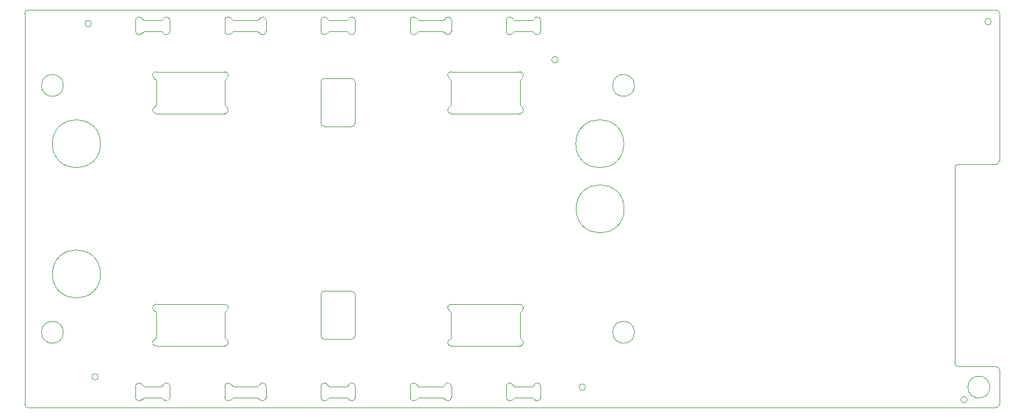
<source format=gm1>
G04 #@! TF.GenerationSoftware,KiCad,Pcbnew,(6.0.5-0)*
G04 #@! TF.CreationDate,2022-10-09T22:32:15+09:00*
G04 #@! TF.ProjectId,qLAMP-main,714c414d-502d-46d6-9169-6e2e6b696361,rev?*
G04 #@! TF.SameCoordinates,Original*
G04 #@! TF.FileFunction,Profile,NP*
%FSLAX46Y46*%
G04 Gerber Fmt 4.6, Leading zero omitted, Abs format (unit mm)*
G04 Created by KiCad (PCBNEW (6.0.5-0)) date 2022-10-09 22:32:15*
%MOMM*%
%LPD*%
G01*
G04 APERTURE LIST*
G04 #@! TA.AperFunction,Profile*
%ADD10C,0.100000*%
G04 #@! TD*
G04 APERTURE END LIST*
D10*
X111357157Y-127898251D02*
X111003604Y-127544698D01*
X96150050Y-76101749D02*
X96150050Y-74501749D01*
X110150101Y-76101750D02*
G75*
G03*
X111003604Y-76455302I499999J50D01*
G01*
X110150050Y-76101749D02*
X110150050Y-74501749D01*
X87296497Y-127544698D02*
X86942944Y-127898251D01*
X88150050Y-76101749D02*
X88150050Y-74501749D01*
X96150000Y-129498251D02*
G75*
G03*
X97003603Y-129851804I500000J-49D01*
G01*
X138357157Y-74501749D02*
X140942944Y-74501749D01*
X78035996Y-92499993D02*
G75*
G03*
X78035996Y-92499993I-3500001J0D01*
G01*
X124357157Y-74501749D02*
X127942944Y-74501749D01*
X72636000Y-84000000D02*
G75*
G03*
X72636000Y-84000000I-1600000J0D01*
G01*
X115150050Y-129498251D02*
X115150050Y-127898251D01*
X111003640Y-127544662D02*
G75*
G03*
X110150050Y-127898250I-353540J-353638D01*
G01*
X88150169Y-127898251D02*
G75*
G03*
X87296497Y-127544698I-500069J-49D01*
G01*
X129135050Y-121998251D02*
X139135050Y-121998251D01*
X138357157Y-127898251D02*
X138003604Y-127544698D01*
X115136000Y-114500000D02*
G75*
G03*
X114636000Y-114000000I-500000J0D01*
G01*
X209000000Y-95000000D02*
X209000000Y-73500000D01*
X113942944Y-129498251D02*
X114296497Y-129851805D01*
X140942944Y-127898251D02*
X138357157Y-127898251D01*
X208500000Y-95500000D02*
G75*
G03*
X209000000Y-95000000I0J500000D01*
G01*
X142150169Y-127898251D02*
G75*
G03*
X141296497Y-127544698I-500069J-49D01*
G01*
X139135050Y-86894642D02*
X139488604Y-87248195D01*
X128781497Y-116751805D02*
X129135050Y-117105358D01*
X128781581Y-121144782D02*
G75*
G03*
X129135050Y-121998250I353519J-353518D01*
G01*
X111003604Y-129851805D02*
X111357157Y-129498251D01*
X139488688Y-116751889D02*
G75*
G03*
X139135050Y-115898250I-353588J353589D01*
G01*
X110136000Y-89500000D02*
X110136000Y-83500000D01*
X207600000Y-128000000D02*
G75*
G03*
X207600000Y-128000000I-1600000J0D01*
G01*
X129135050Y-115898300D02*
G75*
G03*
X128781497Y-116751804I50J-500000D01*
G01*
X208500000Y-131000000D02*
X67500000Y-131000000D01*
X96135050Y-120791145D02*
X96135050Y-117105358D01*
X96488604Y-121144698D02*
X96135050Y-120791145D01*
X139488569Y-82855268D02*
G75*
G03*
X139135050Y-82001749I-353469J353568D01*
G01*
X96488688Y-116751889D02*
G75*
G03*
X96135050Y-115898250I-353588J353589D01*
G01*
X96150050Y-127898251D02*
X96150050Y-129498251D01*
X127942944Y-76101749D02*
X124357157Y-76101749D01*
X114636000Y-121000000D02*
X110636000Y-121000000D01*
X110150000Y-129498251D02*
G75*
G03*
X111003603Y-129851804I500000J-49D01*
G01*
X97357157Y-127898251D02*
X97003604Y-127544698D01*
X110136000Y-120500000D02*
G75*
G03*
X110636000Y-121000000I500000J0D01*
G01*
X140942944Y-76101749D02*
X138357157Y-76101749D01*
X139135050Y-82001749D02*
X129135050Y-82001749D01*
X110636000Y-114000000D02*
G75*
G03*
X110136000Y-114500000I0J-500000D01*
G01*
X85781497Y-116751805D02*
X86135050Y-117105358D01*
X141296581Y-76455218D02*
G75*
G03*
X142150050Y-76101749I353519J353518D01*
G01*
X139135050Y-120791145D02*
X139135050Y-117105358D01*
X123150050Y-76101749D02*
X123150050Y-74501749D01*
X86942944Y-74501749D02*
X84357157Y-74501749D01*
X85781412Y-87248111D02*
G75*
G03*
X86135050Y-88101749I353588J-353589D01*
G01*
X67000000Y-130500000D02*
G75*
G03*
X67500000Y-131000000I500000J0D01*
G01*
X96135050Y-115898251D02*
X86135050Y-115898251D01*
X129150050Y-129498251D02*
X129150050Y-127898251D01*
X139135050Y-115898251D02*
X129135050Y-115898251D01*
X208500000Y-125000000D02*
X203000000Y-125000000D01*
X102150050Y-129498251D02*
X102150050Y-127898251D01*
X129150050Y-74501749D02*
X129150050Y-76101749D01*
X115136000Y-83500000D02*
G75*
G03*
X114636000Y-83000000I-500000J0D01*
G01*
X87296412Y-129851890D02*
G75*
G03*
X88150050Y-129498250I353588J353590D01*
G01*
X113942944Y-127898251D02*
X111357157Y-127898251D01*
X78036000Y-111500000D02*
G75*
G03*
X78036000Y-111500000I-3500000J0D01*
G01*
X209000000Y-73500000D02*
G75*
G03*
X208500000Y-73000000I-500000J0D01*
G01*
X124357157Y-76101749D02*
X124003604Y-76455302D01*
X96488604Y-82855302D02*
X96135050Y-83208855D01*
X84357157Y-76101749D02*
X86942944Y-76101749D01*
X72636000Y-120000000D02*
G75*
G03*
X72636000Y-120000000I-1600000J0D01*
G01*
X115150169Y-127898251D02*
G75*
G03*
X114296497Y-127544698I-500069J-49D01*
G01*
X154278441Y-92500000D02*
G75*
G03*
X154278441Y-92500000I-3500000J0D01*
G01*
X83150000Y-129498251D02*
G75*
G03*
X84003603Y-129851804I500000J-49D01*
G01*
X139488604Y-121144698D02*
X139135050Y-120791145D01*
X128781497Y-87248195D02*
X129135050Y-86894642D01*
X97357157Y-74501749D02*
X100942944Y-74501749D01*
X84357157Y-127898251D02*
X84003604Y-127544698D01*
X97357157Y-76101749D02*
X97003604Y-76455302D01*
X123150050Y-127898251D02*
X123150050Y-129498251D01*
X202500000Y-124500000D02*
G75*
G03*
X203000000Y-125000000I500000J0D01*
G01*
X127942944Y-127898251D02*
X124357157Y-127898251D01*
X100942944Y-127898251D02*
X97357157Y-127898251D01*
X85781497Y-87248195D02*
X86135050Y-86894642D01*
X97003604Y-129851805D02*
X97357157Y-129498251D01*
X203000000Y-95500000D02*
X208500000Y-95500000D01*
X86135050Y-83208855D02*
X85781497Y-82855302D01*
X114296497Y-127544698D02*
X113942944Y-127898251D01*
X102150050Y-74501749D02*
X102150050Y-76101749D01*
X86942944Y-127898251D02*
X84357157Y-127898251D01*
X96135050Y-86894642D02*
X96488604Y-87248195D01*
X141296412Y-129851890D02*
G75*
G03*
X142150050Y-129498250I353588J353590D01*
G01*
X129150101Y-74501750D02*
G75*
G03*
X128296497Y-74148195I-500001J50D01*
G01*
X137150000Y-129498251D02*
G75*
G03*
X138003603Y-129851804I500000J-49D01*
G01*
X85781581Y-121144782D02*
G75*
G03*
X86135050Y-121998250I353519J-353518D01*
G01*
X86135050Y-121998251D02*
X96135050Y-121998251D01*
X102150101Y-74501750D02*
G75*
G03*
X101296497Y-74148195I-500001J50D01*
G01*
X139135050Y-88101749D02*
X129135050Y-88101749D01*
X155836000Y-120000000D02*
G75*
G03*
X155836000Y-120000000I-1600000J0D01*
G01*
X86135050Y-115898300D02*
G75*
G03*
X85781497Y-116751804I50J-500000D01*
G01*
X110636000Y-114000000D02*
X114636000Y-114000000D01*
X128781412Y-87248111D02*
G75*
G03*
X129135050Y-88101749I353588J-353589D01*
G01*
X86942944Y-129498251D02*
X87296497Y-129851805D01*
X77711000Y-126500000D02*
G75*
G03*
X77711000Y-126500000I-475000J0D01*
G01*
X101296497Y-76455302D02*
X100942944Y-76101749D01*
X208500000Y-131000000D02*
G75*
G03*
X209000000Y-130500000I0J500000D01*
G01*
X123150101Y-76101750D02*
G75*
G03*
X124003604Y-76455302I499999J50D01*
G01*
X96135050Y-121998369D02*
G75*
G03*
X96488603Y-121144698I-50J500069D01*
G01*
X110136000Y-89500000D02*
G75*
G03*
X110636000Y-90000000I500000J0D01*
G01*
X87296497Y-74148196D02*
X86942944Y-74501749D01*
X110136000Y-120500000D02*
X110136000Y-114500000D01*
X83150050Y-74501749D02*
X83150050Y-76101749D01*
X142150050Y-129498251D02*
X142150050Y-127898251D01*
X114296497Y-76455302D02*
X113942944Y-76101749D01*
X86135050Y-120791145D02*
X85781497Y-121144698D01*
X139135050Y-121998369D02*
G75*
G03*
X139488603Y-121144698I-50J500069D01*
G01*
X140942944Y-129498251D02*
X141296497Y-129851805D01*
X67500000Y-73000000D02*
G75*
G03*
X67000000Y-73500000I0J-500000D01*
G01*
X114636000Y-121000000D02*
G75*
G03*
X115136000Y-120500000I0J500000D01*
G01*
X138357157Y-76101749D02*
X138003604Y-76455302D01*
X111003604Y-74148195D02*
X111357157Y-74501749D01*
X144713200Y-80249000D02*
G75*
G03*
X144713200Y-80249000I-475000J0D01*
G01*
X67000000Y-130500000D02*
X67000000Y-73500000D01*
X124003568Y-74148231D02*
G75*
G03*
X123150050Y-74501749I-353568J-353469D01*
G01*
X129150169Y-127898251D02*
G75*
G03*
X128296497Y-127544698I-500069J-49D01*
G01*
X140942944Y-74501749D02*
X141296497Y-74148195D01*
X124003604Y-74148195D02*
X124357157Y-74501749D01*
X101296497Y-127544698D02*
X100942944Y-127898251D01*
X154330992Y-101999999D02*
G75*
G03*
X154330992Y-101999999I-3500001J0D01*
G01*
X142150050Y-74501749D02*
X142150050Y-76101749D01*
X203000000Y-95500000D02*
G75*
G03*
X202500000Y-96000000I0J-500000D01*
G01*
X139135050Y-88101631D02*
G75*
G03*
X139488604Y-87248195I50J499931D01*
G01*
X137150050Y-76101749D02*
X137150050Y-74501749D01*
X111357157Y-76101749D02*
X111003604Y-76455302D01*
X83150001Y-76101749D02*
G75*
G03*
X84003603Y-76455302I499999J-51D01*
G01*
X124003604Y-129851805D02*
X124357157Y-129498251D01*
X84357157Y-129498251D02*
X86942944Y-129498251D01*
X97003568Y-74148231D02*
G75*
G03*
X96150050Y-74501749I-353568J-353469D01*
G01*
X115136000Y-89500000D02*
X115136000Y-83500000D01*
X113942944Y-74501749D02*
X114296497Y-74148195D01*
X88150100Y-74501749D02*
G75*
G03*
X87296497Y-74148196I-500000J49D01*
G01*
X128296497Y-127544698D02*
X127942944Y-127898251D01*
X111003568Y-74148231D02*
G75*
G03*
X110150050Y-74501749I-353568J-353469D01*
G01*
X129135050Y-120791145D02*
X128781497Y-121144698D01*
X86135050Y-82001701D02*
G75*
G03*
X85781497Y-82855302I-50J-499999D01*
G01*
X128296497Y-76455302D02*
X127942944Y-76101749D01*
X138003604Y-74148195D02*
X138357157Y-74501749D01*
X84003604Y-76455303D02*
X84357157Y-76101749D01*
X101296412Y-129851890D02*
G75*
G03*
X102150050Y-129498250I353588J353590D01*
G01*
X76711000Y-75000000D02*
G75*
G03*
X76711000Y-75000000I-475000J0D01*
G01*
X129135050Y-117105358D02*
X129135050Y-120791145D01*
X139135050Y-117105358D02*
X139488604Y-116751805D01*
X100942944Y-129498251D02*
X101296497Y-129851805D01*
X142150101Y-74501750D02*
G75*
G03*
X141296497Y-74148195I-500001J50D01*
G01*
X111357157Y-74501749D02*
X113942944Y-74501749D01*
X129135050Y-86894642D02*
X129135050Y-83208855D01*
X111357157Y-129498251D02*
X113942944Y-129498251D01*
X114296412Y-129851890D02*
G75*
G03*
X115150050Y-129498250I353588J353590D01*
G01*
X148711000Y-128000000D02*
G75*
G03*
X148711000Y-128000000I-475000J0D01*
G01*
X155836000Y-84000000D02*
G75*
G03*
X155836000Y-84000000I-1600000J0D01*
G01*
X127942944Y-129498251D02*
X128296497Y-129851805D01*
X102150169Y-127898251D02*
G75*
G03*
X101296497Y-127544698I-500069J-49D01*
G01*
X110150050Y-127898251D02*
X110150050Y-129498251D01*
X96135050Y-83208855D02*
X96135050Y-86894642D01*
X141296497Y-127544698D02*
X140942944Y-127898251D01*
X129135050Y-82001701D02*
G75*
G03*
X128781497Y-82855302I-50J-499999D01*
G01*
X101296581Y-76455218D02*
G75*
G03*
X102150050Y-76101749I353519J353518D01*
G01*
X124003640Y-127544662D02*
G75*
G03*
X123150050Y-127898250I-353540J-353638D01*
G01*
X115136000Y-120500000D02*
X115136000Y-114500000D01*
X138003640Y-127544662D02*
G75*
G03*
X137150050Y-127898250I-353540J-353638D01*
G01*
X100942944Y-74501749D02*
X101296497Y-74148195D01*
X124357157Y-129498251D02*
X127942944Y-129498251D01*
X84357157Y-74501749D02*
X84003604Y-74148196D01*
X127942944Y-74501749D02*
X128296497Y-74148195D01*
X204335000Y-129840000D02*
G75*
G03*
X204335000Y-129840000I-475000J0D01*
G01*
X84003639Y-74148161D02*
G75*
G03*
X83150050Y-74501748I-353539J-353639D01*
G01*
X124357157Y-127898251D02*
X124003604Y-127544698D01*
X115150101Y-74501750D02*
G75*
G03*
X114296497Y-74148195I-500001J50D01*
G01*
X86942944Y-76101749D02*
X87296497Y-76455303D01*
X207825000Y-74695000D02*
G75*
G03*
X207825000Y-74695000I-475000J0D01*
G01*
X128296412Y-129851890D02*
G75*
G03*
X129150050Y-129498250I353588J353590D01*
G01*
X141296497Y-76455302D02*
X140942944Y-76101749D01*
X97003640Y-127544662D02*
G75*
G03*
X96150050Y-127898250I-353540J-353638D01*
G01*
X86135050Y-86894642D02*
X86135050Y-83208855D01*
X96135050Y-88101631D02*
G75*
G03*
X96488604Y-87248195I50J499931D01*
G01*
X137150101Y-76101750D02*
G75*
G03*
X138003604Y-76455302I499999J50D01*
G01*
X97357157Y-129498251D02*
X100942944Y-129498251D01*
X139135050Y-83208855D02*
X139135050Y-86894642D01*
X138003568Y-74148231D02*
G75*
G03*
X137150050Y-74501749I-353568J-353469D01*
G01*
X138357157Y-129498251D02*
X140942944Y-129498251D01*
X115150050Y-74501749D02*
X115150050Y-76101749D01*
X110636000Y-83000000D02*
G75*
G03*
X110136000Y-83500000I0J-500000D01*
G01*
X96135050Y-88101749D02*
X86135050Y-88101749D01*
X110636000Y-83000000D02*
X114636000Y-83000000D01*
X139488604Y-82855302D02*
X139135050Y-83208855D01*
X86135050Y-117105358D02*
X86135050Y-120791145D01*
X138003604Y-129851805D02*
X138357157Y-129498251D01*
X209000000Y-125500000D02*
X209000000Y-130500000D01*
X114636000Y-90000000D02*
G75*
G03*
X115136000Y-89500000I0J500000D01*
G01*
X202500000Y-124500000D02*
X202500000Y-96000000D01*
X84003604Y-129851805D02*
X84357157Y-129498251D01*
X96488569Y-82855268D02*
G75*
G03*
X96135050Y-82001749I-353469J353568D01*
G01*
X83150050Y-127898251D02*
X83150050Y-129498251D01*
X96150101Y-76101750D02*
G75*
G03*
X97003604Y-76455302I499999J50D01*
G01*
X129135050Y-83208855D02*
X128781497Y-82855302D01*
X96135050Y-117105358D02*
X96488604Y-116751805D01*
X87296482Y-76455318D02*
G75*
G03*
X88150050Y-76101748I353618J353418D01*
G01*
X123150000Y-129498251D02*
G75*
G03*
X124003603Y-129851804I500000J-49D01*
G01*
X128296511Y-76455288D02*
G75*
G03*
X129150050Y-76101749I353489J353688D01*
G01*
X114636000Y-90000000D02*
X110636000Y-90000000D01*
X86135050Y-82001749D02*
X96135050Y-82001749D01*
X209000000Y-125500000D02*
G75*
G03*
X208500000Y-125000000I-500000J0D01*
G01*
X100942944Y-76101749D02*
X97357157Y-76101749D01*
X97003604Y-74148195D02*
X97357157Y-74501749D01*
X84003640Y-127544662D02*
G75*
G03*
X83150050Y-127898250I-353540J-353638D01*
G01*
X114296581Y-76455218D02*
G75*
G03*
X115150050Y-76101749I353519J353518D01*
G01*
X88150050Y-129498251D02*
X88150050Y-127898251D01*
X113942944Y-76101749D02*
X111357157Y-76101749D01*
X137150050Y-127898251D02*
X137150050Y-129498251D01*
X208500000Y-73000000D02*
X67500000Y-73000000D01*
M02*

</source>
